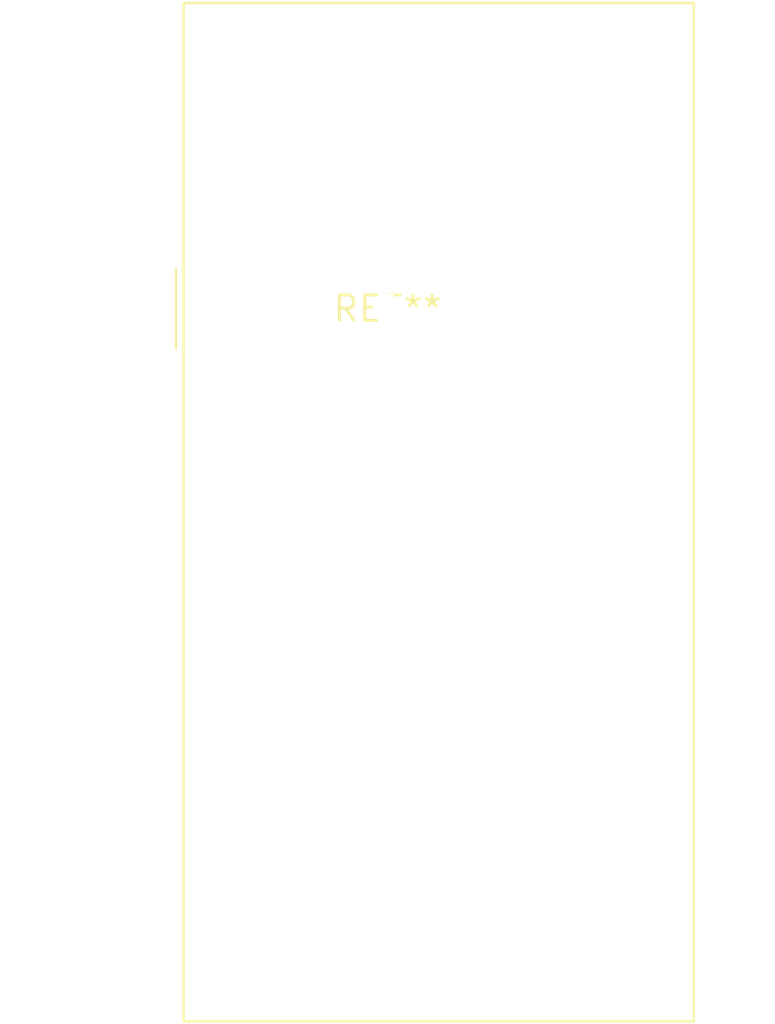
<source format=kicad_pcb>
(kicad_pcb (version 20240108) (generator pcbnew)
  (layers (0 "F.Cu" signal) (31 "B.Cu" signal) (34 "B.Paste" user) (35 "F.Paste" user) (36 "B.SilkS" user "B.Silkscreen") (37 "F.SilkS" user "F.Silkscreen") (38 "B.Mask" user) (39 "F.Mask" user) (44 "Edge.Cuts" user))
  (net 0 "")
  (footprint "Converter_DCDC_TRACO_TEN10-xxxx_THT" (layer "F.Cu") (at 0 0)
    (property "Reference" "REF**")
    (property "Value" "Converter_DCDC_TRACO_TEN10-xxxx_THT")
    (fp_line (start -10.62 -2) (end -10.62 2) (layer "F.SilkS") (stroke (width 0.12)))
    (fp_line (start -10.24 -15.32) (end 15.36 -15.32) (layer "F.SilkS") (stroke (width 0.12)))
    (fp_line (start -10.24 35.72) (end -10.24 -15.32) (layer "F.SilkS") (stroke (width 0.12)))
    (fp_line (start 15.36 -15.32) (end 15.36 35.72) (layer "F.SilkS") (stroke (width 0.12)))
    (fp_line (start 15.36 35.72) (end -10.24 35.72) (layer "F.SilkS") (stroke (width 0.12)))
    (pad "1" thru_hole rect (at 0 0 90) (size 6 2.5) (drill 1.5) (layers *.Cu *.Mask) (remove_unused_layers))
    (pad "2" thru_hole oval (at 5.08 0 90) (size 6 2.5) (drill 1.5) (layers *.Cu *.Mask) (remove_unused_layers))
    (pad "3" thru_hole oval (at -7.62 20.32 90) (size 6 2.5) (drill 1.5) (layers *.Cu *.Mask) (remove_unused_layers))
    (pad "5" thru_hole oval (at 12.7 20.32 90) (size 6 2.5) (drill 1.5) (layers *.Cu *.Mask) (remove_unused_layers))
  )
)
</source>
